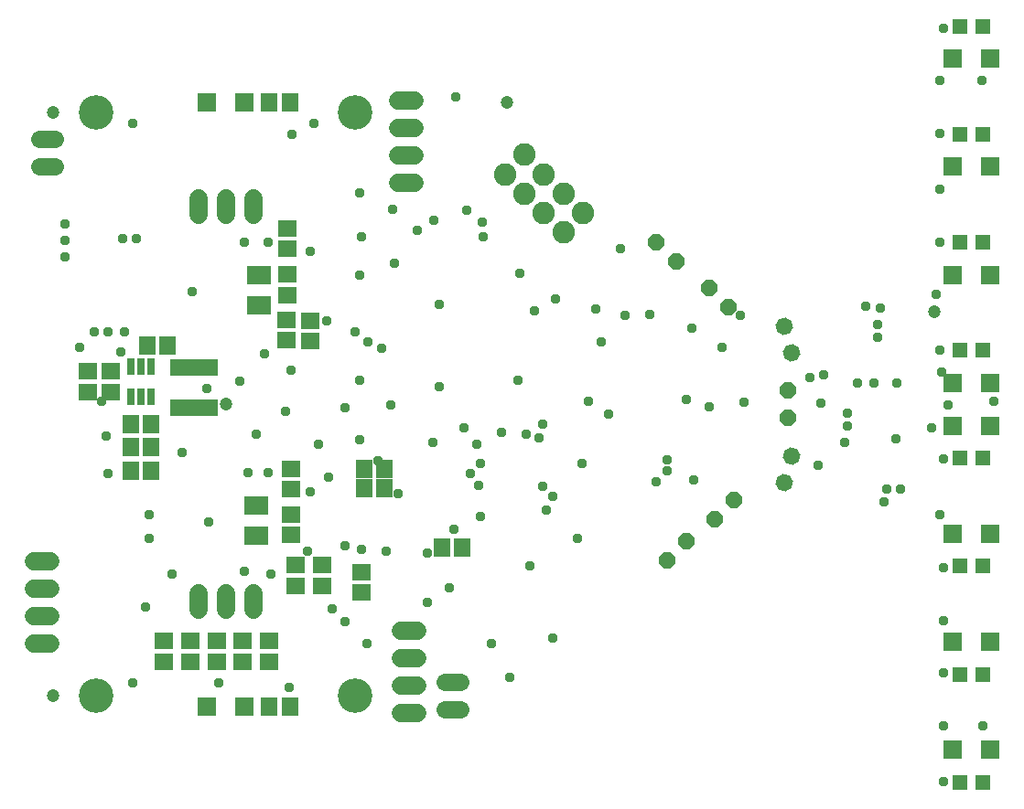
<source format=gbr>
G04 EAGLE Gerber RS-274X export*
G75*
%MOMM*%
%FSLAX34Y34*%
%LPD*%
%INSoldermask Bottom*%
%IPPOS*%
%AMOC8*
5,1,8,0,0,1.08239X$1,22.5*%
G01*
%ADD10P,1.649562X8X157.500000*%
%ADD11P,1.649562X8X247.500000*%
%ADD12P,1.649562X8X337.500000*%
%ADD13P,1.649562X8X67.500000*%
%ADD14C,1.625600*%
%ADD15R,2.203200X1.803200*%
%ADD16R,1.703200X1.503200*%
%ADD17C,1.727200*%
%ADD18R,1.803200X1.503200*%
%ADD19R,1.403200X1.403200*%
%ADD20R,1.703200X1.703200*%
%ADD21C,3.203200*%
%ADD22C,1.711200*%
%ADD23P,1.649562X8X277.500000*%
%ADD24P,1.649562X8X127.500000*%
%ADD25P,1.649562X8X112.500000*%
%ADD26C,2.082800*%
%ADD27R,0.753200X1.553200*%
%ADD28R,1.503200X1.703200*%
%ADD29R,4.403200X1.603200*%
%ADD30C,1.203200*%
%ADD31R,1.503200X1.803200*%
%ADD32C,0.959600*%


D10*
X635080Y519670D03*
X617120Y537630D03*
D11*
X640330Y341180D03*
X622370Y323220D03*
D12*
X568570Y580480D03*
X586530Y562520D03*
D13*
X578070Y285170D03*
X596030Y303130D03*
D14*
X11684Y650428D02*
X-2540Y650428D01*
X-2540Y675828D02*
X11684Y675828D01*
D15*
X200848Y521752D03*
X200848Y549752D03*
D16*
X226502Y508168D03*
X226502Y489168D03*
X248346Y507660D03*
X248346Y488660D03*
D15*
X198308Y307884D03*
X198308Y335884D03*
D17*
X329372Y711012D02*
X344612Y711012D01*
X344612Y685612D02*
X329372Y685612D01*
X329372Y660212D02*
X344612Y660212D01*
X344612Y634812D02*
X329372Y634812D01*
D18*
X227264Y593004D03*
X227264Y574004D03*
D16*
X227264Y550332D03*
X227264Y531332D03*
D18*
X230312Y370500D03*
X230312Y351500D03*
D16*
X230312Y327828D03*
X230312Y308828D03*
D19*
X849500Y80000D03*
X870500Y80000D03*
X849500Y180000D03*
X870500Y180000D03*
X849500Y280000D03*
X870500Y280000D03*
X849500Y380000D03*
X870500Y380000D03*
X849500Y480000D03*
X870500Y480000D03*
X849500Y580000D03*
X870500Y580000D03*
X849500Y680000D03*
X870500Y680000D03*
X849500Y780000D03*
X870500Y780000D03*
D20*
X877500Y110000D03*
X842500Y110000D03*
X877500Y210000D03*
X842500Y210000D03*
X877500Y310000D03*
X842500Y310000D03*
X877500Y410000D03*
X842500Y410000D03*
X877500Y550000D03*
X842500Y550000D03*
X877500Y650000D03*
X842500Y650000D03*
X877500Y750000D03*
X842500Y750000D03*
X877500Y450000D03*
X842500Y450000D03*
D21*
X50000Y700000D03*
X290000Y700000D03*
D22*
X195400Y620540D02*
X195400Y605460D01*
X170000Y605460D02*
X170000Y620540D01*
X144600Y620540D02*
X144600Y605460D01*
D21*
X290000Y160000D03*
X50000Y160000D03*
D22*
X144600Y239460D02*
X144600Y254540D01*
X170000Y254540D02*
X170000Y239460D01*
X195400Y239460D02*
X195400Y254540D01*
D23*
X693287Y382267D03*
X686713Y357733D03*
D24*
X693287Y477733D03*
X686713Y502267D03*
D25*
X690000Y417300D03*
X690000Y442700D03*
D26*
X500421Y607199D03*
X482461Y589239D03*
X482461Y625160D03*
X464500Y607199D03*
X464500Y643121D03*
X446539Y625160D03*
X446539Y661081D03*
X428579Y643121D03*
D16*
X185928Y210668D03*
X185928Y191668D03*
X210312Y210668D03*
X210312Y191668D03*
X112776Y210668D03*
X112776Y191668D03*
X161544Y210668D03*
X161544Y191668D03*
X137160Y210668D03*
X137160Y191668D03*
X259080Y280772D03*
X259080Y261772D03*
X234696Y280772D03*
X234696Y261772D03*
D17*
X332380Y143852D02*
X347620Y143852D01*
X347620Y169252D02*
X332380Y169252D01*
X332380Y194652D02*
X347620Y194652D01*
X347620Y220052D02*
X332380Y220052D01*
D27*
X100940Y437353D03*
X91440Y437353D03*
X81940Y437353D03*
X81940Y464855D03*
X91440Y464855D03*
X100940Y464855D03*
D28*
X97180Y484632D03*
X116180Y484632D03*
D16*
X42672Y460604D03*
X42672Y441604D03*
X64008Y460604D03*
X64008Y441604D03*
D28*
X81940Y411480D03*
X100940Y411480D03*
X81940Y368808D03*
X100940Y368808D03*
X81940Y390144D03*
X100940Y390144D03*
D29*
X140480Y463740D03*
X140480Y426740D03*
D30*
X825616Y515344D03*
D20*
X152500Y150000D03*
X187500Y150000D03*
D31*
X210500Y150000D03*
X229500Y150000D03*
D20*
X152500Y710000D03*
X187500Y710000D03*
D31*
X210500Y710000D03*
X229500Y710000D03*
D14*
X372888Y147300D02*
X387112Y147300D01*
X387112Y172700D02*
X372888Y172700D01*
D31*
X388748Y296952D03*
X369748Y296952D03*
D30*
X10000Y700000D03*
X10000Y160000D03*
X430000Y710000D03*
X170000Y430000D03*
D31*
X298140Y351956D03*
X317140Y351956D03*
X298140Y370072D03*
X317140Y370072D03*
D17*
X7620Y208788D02*
X-7620Y208788D01*
X-7620Y234188D02*
X7620Y234188D01*
X7620Y259588D02*
X-7620Y259588D01*
X-7620Y284988D02*
X7620Y284988D01*
D18*
X295656Y274676D03*
X295656Y255676D03*
D32*
X154112Y321376D03*
X99248Y327472D03*
X74864Y583504D03*
X138872Y534736D03*
X245552Y293944D03*
X263840Y507304D03*
X99248Y306136D03*
X87056Y583504D03*
X754568Y449392D03*
X745424Y409768D03*
X745424Y421960D03*
X723580Y457520D03*
X769808Y449392D03*
X432816Y176784D03*
X472440Y213360D03*
X463335Y353607D03*
X499872Y374904D03*
X524256Y420624D03*
X381000Y313944D03*
X441960Y551688D03*
X505968Y432816D03*
X646176Y512064D03*
X300416Y208600D03*
X416240Y208600D03*
X495488Y306136D03*
X596072Y434152D03*
X318704Y293944D03*
X404048Y354904D03*
X425384Y403672D03*
X367472Y446344D03*
X440624Y452440D03*
X230312Y461584D03*
X294320Y549976D03*
X324800Y610936D03*
X367472Y522544D03*
X382712Y714568D03*
X84008Y690184D03*
X251648Y690184D03*
X248600Y571312D03*
X163256Y172024D03*
X84008Y172024D03*
X376616Y260416D03*
X568640Y357952D03*
X721040Y431104D03*
X562544Y513400D03*
X535112Y574360D03*
X294320Y626176D03*
X869912Y730288D03*
X870768Y131920D03*
X294320Y452440D03*
X248600Y348808D03*
X407096Y598744D03*
X60960Y365760D03*
X59624Y400624D03*
X35240Y482920D03*
X73152Y478536D03*
X129728Y385384D03*
X294320Y397576D03*
X361376Y394528D03*
X455864Y516448D03*
X790331Y398389D03*
X187640Y275656D03*
X212024Y272608D03*
X96200Y242128D03*
X120584Y272608D03*
X205928Y476824D03*
X21336Y566928D03*
X76200Y496824D03*
X60960Y496824D03*
X48768Y496824D03*
X21336Y582168D03*
X21336Y597408D03*
X54864Y432816D03*
X617408Y428056D03*
X603184Y359984D03*
X601660Y500700D03*
X629600Y482920D03*
X280416Y426720D03*
X390144Y408432D03*
X280416Y228600D03*
X198120Y402336D03*
X182880Y451104D03*
X152400Y445008D03*
X265176Y362712D03*
X225552Y423170D03*
X256032Y393192D03*
X313944Y481584D03*
X393192Y609600D03*
X301752Y487680D03*
X347472Y591312D03*
X356616Y246888D03*
X356616Y292608D03*
X396240Y365760D03*
X833816Y80584D03*
X778952Y339664D03*
X833816Y181168D03*
X782000Y351856D03*
X833816Y278704D03*
X794192Y351856D03*
X833816Y379288D03*
X717992Y373192D03*
X830768Y479872D03*
X772856Y492064D03*
X830768Y580456D03*
X772856Y504256D03*
X830768Y681040D03*
X775904Y519496D03*
X833816Y778576D03*
X762054Y520544D03*
X578800Y378780D03*
X517840Y488000D03*
X448056Y402336D03*
X405384Y326136D03*
X475488Y527304D03*
X833816Y132400D03*
X833816Y229936D03*
X830768Y327472D03*
X822960Y408432D03*
X827720Y531688D03*
X830768Y629224D03*
X830768Y729808D03*
X832104Y460248D03*
X742376Y394528D03*
X649920Y432120D03*
X466344Y332232D03*
X539496Y512064D03*
X578800Y368620D03*
X512064Y518160D03*
X791144Y449392D03*
X838200Y429768D03*
X880872Y432816D03*
X710880Y454980D03*
X472440Y344424D03*
X463296Y411480D03*
X187640Y580456D03*
X208976Y580456D03*
X190688Y367096D03*
X208976Y367096D03*
X460248Y399288D03*
X289560Y496824D03*
X362712Y600456D03*
X323088Y429768D03*
X408432Y585216D03*
X451104Y280416D03*
X268224Y240792D03*
X228600Y167640D03*
X326136Y560832D03*
X295656Y585216D03*
X231648Y679704D03*
X329184Y347472D03*
X310896Y377952D03*
X295656Y295656D03*
X405384Y374904D03*
X280416Y298704D03*
X402336Y393192D03*
M02*

</source>
